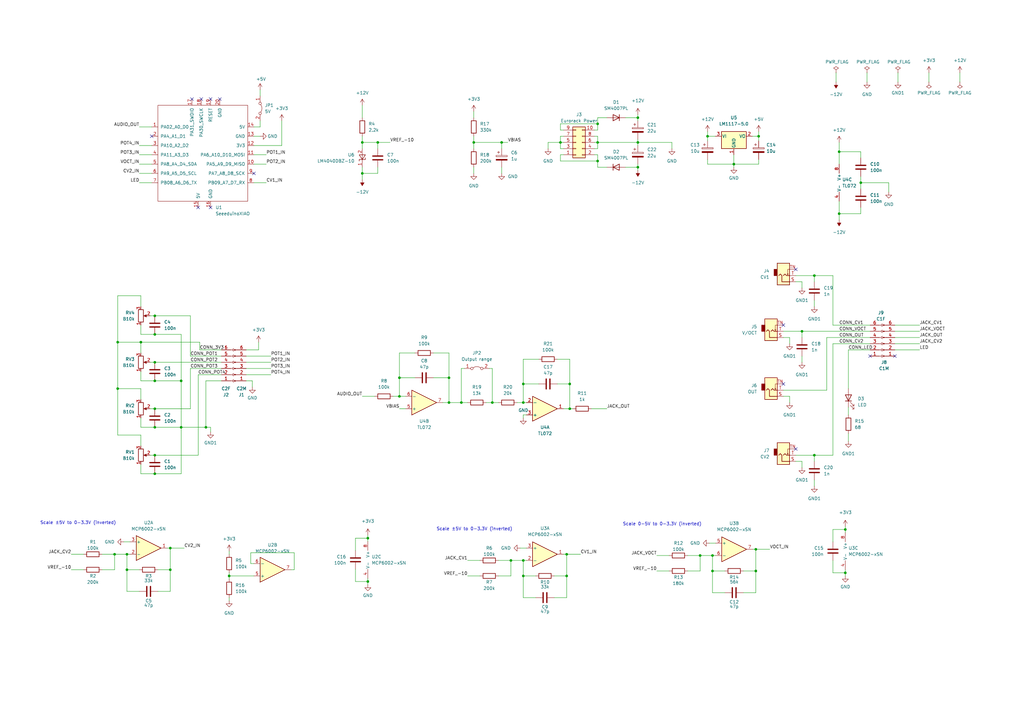
<source format=kicad_sch>
(kicad_sch (version 20211123) (generator eeschema)
  (paper "A3")
  (junction (at 245.11 66.04))
  (junction (at 232.41 227.33))
  (junction (at 63.5 156.21))
  (junction (at 214.63 229.87))
  (junction (at 201.93 165.1))
  (junction (at 290.195 55.88))
  (junction (at 353.06 74.93))
  (junction (at 334.01 113.03))
  (junction (at 229.87 58.42))
  (junction (at 52.07 227.33))
  (junction (at 57.785 140.335))
  (junction (at 84.455 175.26))
  (junction (at 63.5 167.64))
  (junction (at 63.5 186.69))
  (junction (at 63.5 148.59))
  (junction (at 74.295 175.26))
  (junction (at 334.01 186.69))
  (junction (at 346.71 217.17))
  (junction (at 261.62 58.42))
  (junction (at 194.31 58.42))
  (junction (at 74.295 156.21))
  (junction (at 163.83 154.94))
  (junction (at 232.41 236.22))
  (junction (at 311.15 55.88))
  (junction (at 209.55 229.87))
  (junction (at 154.94 58.42))
  (junction (at 69.85 233.68))
  (junction (at 233.68 167.64))
  (junction (at 150.876 220.726))
  (junction (at 287.147 227.838))
  (junction (at 148.59 71.12))
  (junction (at 344.17 62.23))
  (junction (at 63.5 137.16))
  (junction (at 261.62 48.26))
  (junction (at 184.15 154.94))
  (junction (at 163.83 162.56))
  (junction (at 52.07 233.68))
  (junction (at 300.99 67.31))
  (junction (at 63.5 194.31))
  (junction (at 214.63 165.1))
  (junction (at 150.876 238.506))
  (junction (at 148.59 58.42))
  (junction (at 233.68 157.48))
  (junction (at 69.85 224.79))
  (junction (at 245.11 50.8))
  (junction (at 292.227 234.188))
  (junction (at 46.99 227.33))
  (junction (at 63.5 129.54))
  (junction (at 310.007 234.188))
  (junction (at 205.74 58.42))
  (junction (at 93.98 236.22))
  (junction (at 63.5 175.26))
  (junction (at 261.62 68.58))
  (junction (at 344.17 87.63))
  (junction (at 245.11 58.42))
  (junction (at 214.63 157.48))
  (junction (at 184.15 165.1))
  (junction (at 310.007 225.298))
  (junction (at 48.26 140.335))
  (junction (at 328.93 135.89))
  (junction (at 292.227 227.838))
  (junction (at 346.71 234.95))
  (junction (at 48.26 159.385))
  (junction (at 214.63 236.22))
  (junction (at 189.23 165.1))
  (no_connect (at 82.55 40.64))
  (no_connect (at 326.39 184.15))
  (no_connect (at 326.39 110.49))
  (no_connect (at 90.17 40.64))
  (no_connect (at 104.14 71.12))
  (no_connect (at 321.31 133.35))
  (no_connect (at 86.36 40.64))
  (no_connect (at 86.36 85.09))
  (no_connect (at 78.74 40.64))
  (no_connect (at 81.28 85.09))
  (no_connect (at 321.31 157.48))
  (no_connect (at 367.03 146.05))
  (no_connect (at 356.87 146.05))
  (no_connect (at 62.23 55.88))
  (wire (pts (xy 344.17 87.63) (xy 344.17 90.17)))
  (wire (pts (xy 189.23 165.1) (xy 189.23 151.13)))
  (wire (pts (xy 346.71 217.17) (xy 346.71 218.44)))
  (wire (pts (xy 63.5 175.26) (xy 74.295 175.26)))
  (wire (pts (xy 62.23 71.12) (xy 57.15 71.12)))
  (wire (pts (xy 57.15 52.07) (xy 62.23 52.07)))
  (wire (pts (xy 393.7 29.845) (xy 393.7 33.655)))
  (wire (pts (xy 334.01 123.19) (xy 334.01 125.73)))
  (wire (pts (xy 304.927 243.078) (xy 310.007 243.078)))
  (wire (pts (xy 194.31 68.58) (xy 194.31 71.12)))
  (wire (pts (xy 229.87 63.5) (xy 229.87 66.04)))
  (wire (pts (xy 57.785 121.285) (xy 48.26 121.285)))
  (wire (pts (xy 292.227 243.078) (xy 292.227 234.188)))
  (wire (pts (xy 300.99 67.31) (xy 300.99 68.58)))
  (wire (pts (xy 300.99 63.5) (xy 300.99 67.31)))
  (wire (pts (xy 184.15 144.78) (xy 184.15 154.94)))
  (wire (pts (xy 228.6 157.48) (xy 233.68 157.48)))
  (wire (pts (xy 41.91 227.33) (xy 46.99 227.33)))
  (wire (pts (xy 209.55 236.22) (xy 209.55 229.87)))
  (wire (pts (xy 52.07 227.33) (xy 53.34 227.33)))
  (wire (pts (xy 310.007 225.298) (xy 310.007 234.188)))
  (wire (pts (xy 212.09 165.1) (xy 214.63 165.1)))
  (wire (pts (xy 347.98 143.51) (xy 356.87 143.51)))
  (wire (pts (xy 275.59 58.42) (xy 275.59 60.96)))
  (wire (pts (xy 219.71 245.11) (xy 214.63 245.11)))
  (wire (pts (xy 189.23 151.13) (xy 190.5 151.13)))
  (wire (pts (xy 194.31 45.72) (xy 194.31 48.26)))
  (wire (pts (xy 290.957 222.758) (xy 293.497 222.758)))
  (wire (pts (xy 61.595 148.59) (xy 63.5 148.59)))
  (wire (pts (xy 328.93 135.89) (xy 356.87 135.89)))
  (wire (pts (xy 119.38 233.68) (xy 120.65 233.68)))
  (wire (pts (xy 231.14 167.64) (xy 233.68 167.64)))
  (wire (pts (xy 48.26 140.335) (xy 48.26 159.385)))
  (wire (pts (xy 353.06 62.23) (xy 353.06 64.77)))
  (wire (pts (xy 48.26 159.385) (xy 48.26 178.435)))
  (wire (pts (xy 341.63 222.25) (xy 341.63 217.17)))
  (wire (pts (xy 93.98 236.22) (xy 93.98 237.49)))
  (wire (pts (xy 63.5 156.21) (xy 74.295 156.21)))
  (wire (pts (xy 163.83 154.94) (xy 170.18 154.94)))
  (wire (pts (xy 261.62 68.58) (xy 261.62 69.85)))
  (wire (pts (xy 311.15 67.31) (xy 311.15 65.405)))
  (wire (pts (xy 347.98 177.8) (xy 347.98 180.975)))
  (wire (pts (xy 209.55 229.87) (xy 214.63 229.87)))
  (wire (pts (xy 148.59 71.12) (xy 148.59 73.66)))
  (wire (pts (xy 194.31 58.42) (xy 205.74 58.42)))
  (wire (pts (xy 367.03 133.35) (xy 377.19 133.35)))
  (wire (pts (xy 29.21 233.68) (xy 34.29 233.68)))
  (wire (pts (xy 102.87 226.695) (xy 120.65 226.695)))
  (wire (pts (xy 261.62 58.42) (xy 261.62 59.69)))
  (wire (pts (xy 229.87 66.04) (xy 245.11 66.04)))
  (wire (pts (xy 57.785 182.88) (xy 57.785 178.435)))
  (wire (pts (xy 63.5 137.16) (xy 74.295 137.16)))
  (wire (pts (xy 231.14 55.88) (xy 229.87 55.88)))
  (wire (pts (xy 232.41 227.33) (xy 231.14 227.33)))
  (wire (pts (xy 334.01 196.85) (xy 334.01 199.39)))
  (wire (pts (xy 106.68 55.88) (xy 104.14 55.88)))
  (wire (pts (xy 231.14 58.42) (xy 229.87 58.42)))
  (wire (pts (xy 57.15 59.69) (xy 62.23 59.69)))
  (wire (pts (xy 243.84 55.88) (xy 245.11 55.88)))
  (wire (pts (xy 93.98 234.95) (xy 93.98 236.22)))
  (wire (pts (xy 311.15 53.975) (xy 311.15 55.88)))
  (wire (pts (xy 245.11 53.34) (xy 243.84 53.34)))
  (wire (pts (xy 109.22 63.5) (xy 104.14 63.5)))
  (wire (pts (xy 347.98 143.51) (xy 347.98 159.385)))
  (wire (pts (xy 148.59 58.42) (xy 148.59 60.96)))
  (wire (pts (xy 282.067 227.838) (xy 287.147 227.838)))
  (wire (pts (xy 229.87 53.34) (xy 229.87 50.8)))
  (wire (pts (xy 57.785 190.5) (xy 57.785 194.31)))
  (wire (pts (xy 290.195 57.785) (xy 290.195 55.88)))
  (wire (pts (xy 57.15 242.57) (xy 52.07 242.57)))
  (wire (pts (xy 245.11 55.88) (xy 245.11 58.42)))
  (wire (pts (xy 61.595 186.69) (xy 63.5 186.69)))
  (wire (pts (xy 52.07 242.57) (xy 52.07 233.68)))
  (wire (pts (xy 224.79 58.42) (xy 229.87 58.42)))
  (wire (pts (xy 353.06 74.93) (xy 353.06 77.47)))
  (wire (pts (xy 308.61 55.88) (xy 311.15 55.88)))
  (wire (pts (xy 61.595 167.64) (xy 63.5 167.64)))
  (wire (pts (xy 215.9 165.1) (xy 214.63 165.1)))
  (wire (pts (xy 214.63 236.22) (xy 214.63 229.87)))
  (wire (pts (xy 214.63 157.48) (xy 214.63 165.1)))
  (wire (pts (xy 86.36 175.26) (xy 84.455 175.26)))
  (wire (pts (xy 78.105 167.64) (xy 78.105 151.13)))
  (wire (pts (xy 57.15 67.31) (xy 62.23 67.31)))
  (wire (pts (xy 334.01 186.69) (xy 341.63 186.69)))
  (wire (pts (xy 191.77 236.22) (xy 196.85 236.22)))
  (wire (pts (xy 300.99 67.31) (xy 311.15 67.31)))
  (wire (pts (xy 242.57 167.64) (xy 248.92 167.64)))
  (wire (pts (xy 106.68 36.83) (xy 106.68 39.37)))
  (wire (pts (xy 61.595 129.54) (xy 63.5 129.54)))
  (wire (pts (xy 328.93 135.89) (xy 328.93 138.43)))
  (wire (pts (xy 367.03 138.43) (xy 377.19 138.43)))
  (wire (pts (xy 367.03 140.97) (xy 377.19 140.97)))
  (wire (pts (xy 201.93 165.1) (xy 204.47 165.1)))
  (wire (pts (xy 93.98 226.06) (xy 93.98 227.33)))
  (wire (pts (xy 326.39 186.69) (xy 334.01 186.69)))
  (wire (pts (xy 353.06 87.63) (xy 344.17 87.63)))
  (wire (pts (xy 368.3 29.845) (xy 368.3 33.655)))
  (wire (pts (xy 287.147 227.838) (xy 292.227 227.838)))
  (wire (pts (xy 50.8 222.25) (xy 53.34 222.25)))
  (wire (pts (xy 321.31 135.89) (xy 328.93 135.89)))
  (wire (pts (xy 290.195 55.88) (xy 293.37 55.88)))
  (wire (pts (xy 106.68 49.53) (xy 106.68 52.07)))
  (wire (pts (xy 334.01 113.03) (xy 334.01 115.57)))
  (wire (pts (xy 341.63 140.97) (xy 356.87 140.97)))
  (wire (pts (xy 219.71 236.22) (xy 214.63 236.22)))
  (wire (pts (xy 69.85 224.79) (xy 75.565 224.79)))
  (wire (pts (xy 100.965 148.59) (xy 111.125 148.59)))
  (wire (pts (xy 334.01 113.03) (xy 341.63 113.03)))
  (wire (pts (xy 100.965 151.13) (xy 111.125 151.13)))
  (wire (pts (xy 199.39 165.1) (xy 201.93 165.1)))
  (wire (pts (xy 214.63 171.45) (xy 214.63 170.18)))
  (wire (pts (xy 57.785 163.83) (xy 57.785 159.385)))
  (wire (pts (xy 57.785 171.45) (xy 57.785 175.26)))
  (wire (pts (xy 74.295 175.26) (xy 74.295 194.31)))
  (wire (pts (xy 69.85 224.79) (xy 68.58 224.79)))
  (wire (pts (xy 229.87 58.42) (xy 229.87 60.96)))
  (wire (pts (xy 163.83 167.64) (xy 166.37 167.64)))
  (wire (pts (xy 245.11 66.04) (xy 245.11 63.5)))
  (wire (pts (xy 57.15 74.93) (xy 62.23 74.93)))
  (wire (pts (xy 214.63 157.48) (xy 220.98 157.48)))
  (wire (pts (xy 154.94 58.42) (xy 154.94 60.96)))
  (wire (pts (xy 341.63 234.95) (xy 346.71 234.95)))
  (wire (pts (xy 57.785 178.435) (xy 48.26 178.435)))
  (wire (pts (xy 232.41 236.22) (xy 232.41 245.11)))
  (wire (pts (xy 205.74 68.58) (xy 205.74 71.12)))
  (wire (pts (xy 104.14 74.93) (xy 109.22 74.93)))
  (wire (pts (xy 148.59 58.42) (xy 154.94 58.42)))
  (wire (pts (xy 46.99 227.33) (xy 52.07 227.33)))
  (wire (pts (xy 177.8 144.78) (xy 184.15 144.78)))
  (wire (pts (xy 339.09 138.43) (xy 356.87 138.43)))
  (wire (pts (xy 229.87 50.8) (xy 245.11 50.8)))
  (wire (pts (xy 233.68 157.48) (xy 233.68 147.32)))
  (wire (pts (xy 224.79 60.96) (xy 224.79 58.42)))
  (wire (pts (xy 74.295 175.26) (xy 84.455 175.26)))
  (wire (pts (xy 100.965 146.05) (xy 111.125 146.05)))
  (wire (pts (xy 341.63 133.35) (xy 356.87 133.35)))
  (wire (pts (xy 292.227 234.188) (xy 292.227 227.838)))
  (wire (pts (xy 109.22 67.31) (xy 104.14 67.31)))
  (wire (pts (xy 63.5 194.31) (xy 74.295 194.31)))
  (wire (pts (xy 57.785 137.16) (xy 63.5 137.16)))
  (wire (pts (xy 205.74 58.42) (xy 205.74 60.96)))
  (wire (pts (xy 304.927 234.188) (xy 310.007 234.188)))
  (wire (pts (xy 381 29.845) (xy 381 33.655)))
  (wire (pts (xy 245.11 48.26) (xy 245.11 50.8)))
  (wire (pts (xy 57.785 156.21) (xy 63.5 156.21)))
  (wire (pts (xy 310.007 225.298) (xy 308.737 225.298)))
  (wire (pts (xy 90.805 153.67) (xy 81.28 153.67)))
  (wire (pts (xy 104.14 231.14) (xy 102.87 231.14)))
  (wire (pts (xy 227.33 236.22) (xy 232.41 236.22)))
  (wire (pts (xy 154.94 68.58) (xy 154.94 71.12)))
  (wire (pts (xy 256.54 48.26) (xy 261.62 48.26)))
  (wire (pts (xy 163.83 144.78) (xy 163.83 154.94)))
  (wire (pts (xy 63.5 167.64) (xy 78.105 167.64)))
  (wire (pts (xy 57.785 152.4) (xy 57.785 156.21)))
  (wire (pts (xy 328.93 146.05) (xy 328.93 148.59)))
  (wire (pts (xy 148.59 162.56) (xy 153.67 162.56)))
  (wire (pts (xy 201.93 151.13) (xy 200.66 151.13)))
  (wire (pts (xy 214.63 245.11) (xy 214.63 236.22)))
  (wire (pts (xy 57.785 140.335) (xy 48.26 140.335)))
  (wire (pts (xy 245.11 68.58) (xy 248.92 68.58)))
  (wire (pts (xy 261.62 68.58) (xy 261.62 67.31)))
  (wire (pts (xy 29.21 227.33) (xy 34.29 227.33)))
  (wire (pts (xy 292.227 227.838) (xy 293.497 227.838)))
  (wire (pts (xy 282.067 234.188) (xy 287.147 234.188)))
  (wire (pts (xy 328.93 115.57) (xy 328.93 118.11)))
  (wire (pts (xy 148.59 55.88) (xy 148.59 58.42)))
  (wire (pts (xy 100.965 156.21) (xy 103.505 156.21)))
  (wire (pts (xy 57.785 144.78) (xy 57.785 140.335)))
  (wire (pts (xy 104.14 59.69) (xy 115.57 59.69)))
  (wire (pts (xy 161.29 162.56) (xy 163.83 162.56)))
  (wire (pts (xy 269.367 227.838) (xy 274.447 227.838)))
  (wire (pts (xy 232.41 227.33) (xy 238.125 227.33)))
  (wire (pts (xy 177.8 154.94) (xy 184.15 154.94)))
  (wire (pts (xy 194.31 55.88) (xy 194.31 58.42)))
  (wire (pts (xy 245.11 58.42) (xy 245.11 60.96)))
  (wire (pts (xy 328.93 115.57) (xy 326.39 115.57)))
  (wire (pts (xy 148.59 43.18) (xy 148.59 48.26)))
  (wire (pts (xy 201.93 165.1) (xy 201.93 151.13)))
  (wire (pts (xy 106.045 140.335) (xy 106.045 143.51)))
  (wire (pts (xy 213.36 224.79) (xy 215.9 224.79)))
  (wire (pts (xy 346.71 234.95) (xy 346.71 236.22)))
  (wire (pts (xy 194.31 58.42) (xy 194.31 60.96)))
  (wire (pts (xy 334.01 186.69) (xy 334.01 189.23)))
  (wire (pts (xy 326.39 113.03) (xy 334.01 113.03)))
  (wire (pts (xy 148.59 71.12) (xy 154.94 71.12)))
  (wire (pts (xy 347.98 167.005) (xy 347.98 170.18)))
  (wire (pts (xy 57.15 233.68) (xy 52.07 233.68)))
  (wire (pts (xy 148.59 68.58) (xy 148.59 71.12)))
  (wire (pts (xy 57.15 63.5) (xy 62.23 63.5)))
  (wire (pts (xy 106.68 52.07) (xy 104.14 52.07)))
  (wire (pts (xy 243.84 58.42) (xy 245.11 58.42)))
  (wire (pts (xy 323.85 162.56) (xy 323.85 165.1)))
  (wire (pts (xy 78.105 129.54) (xy 78.105 146.05)))
  (wire (pts (xy 323.85 138.43) (xy 323.85 140.97)))
  (wire (pts (xy 245.11 63.5) (xy 243.84 63.5)))
  (wire (pts (xy 341.63 113.03) (xy 341.63 133.35)))
  (wire (pts (xy 229.87 55.88) (xy 229.87 58.42)))
  (wire (pts (xy 145.796 233.426) (xy 145.796 238.506)))
  (wire (pts (xy 290.195 53.975) (xy 290.195 55.88)))
  (wire (pts (xy 57.785 159.385) (xy 48.26 159.385)))
  (wire (pts (xy 214.63 170.18) (xy 215.9 170.18)))
  (wire (pts (xy 310.007 234.188) (xy 310.007 243.078)))
  (wire (pts (xy 344.17 62.23) (xy 353.06 62.23)))
  (wire (pts (xy 48.26 121.285) (xy 48.26 140.335)))
  (wire (pts (xy 248.92 48.26) (xy 245.11 48.26)))
  (wire (pts (xy 145.796 225.806) (xy 145.796 220.726)))
  (wire (pts (xy 63.5 129.54) (xy 78.105 129.54)))
  (wire (pts (xy 214.63 229.87) (xy 215.9 229.87)))
  (wire (pts (xy 84.455 175.26) (xy 84.455 156.21)))
  (wire (pts (xy 115.57 59.69) (xy 115.57 49.53)))
  (wire (pts (xy 63.5 148.59) (xy 90.805 148.59)))
  (wire (pts (xy 297.307 243.078) (xy 292.227 243.078)))
  (wire (pts (xy 344.17 62.23) (xy 344.17 67.31)))
  (wire (pts (xy 86.36 177.165) (xy 86.36 175.26)))
  (wire (pts (xy 344.17 82.55) (xy 344.17 87.63)))
  (wire (pts (xy 261.62 58.42) (xy 275.59 58.42)))
  (wire (pts (xy 231.14 60.96) (xy 229.87 60.96)))
  (wire (pts (xy 346.71 233.68) (xy 346.71 234.95)))
  (wire (pts (xy 321.31 160.02) (xy 339.09 160.02)))
  (wire (pts (xy 261.62 48.26) (xy 261.62 49.53)))
  (wire (pts (xy 163.83 162.56) (xy 166.37 162.56)))
  (wire (pts (xy 261.62 57.15) (xy 261.62 58.42)))
  (wire (pts (xy 256.54 68.58) (xy 261.62 68.58)))
  (wire (pts (xy 233.68 157.48) (xy 233.68 167.64)))
  (wire (pts (xy 184.15 154.94) (xy 184.15 165.1)))
  (wire (pts (xy 290.195 67.31) (xy 300.99 67.31)))
  (wire (pts (xy 344.17 58.42) (xy 344.17 62.23)))
  (wire (pts (xy 287.147 234.188) (xy 287.147 227.838)))
  (wire (pts (xy 243.84 60.96) (xy 245.11 60.96)))
  (wire (pts (xy 261.62 46.99) (xy 261.62 48.26)))
  (wire (pts (xy 328.93 189.23) (xy 328.93 191.77)))
  (wire (pts (xy 229.87 53.34) (xy 231.14 53.34)))
  (wire (pts (xy 41.91 233.68) (xy 46.99 233.68)))
  (wire (pts (xy 64.77 242.57) (xy 69.85 242.57)))
  (wire (pts (xy 150.876 219.456) (xy 150.876 220.726)))
  (wire (pts (xy 150.876 237.236) (xy 150.876 238.506)))
  (wire (pts (xy 204.47 236.22) (xy 209.55 236.22)))
  (wire (pts (xy 154.94 58.42) (xy 160.02 58.42)))
  (wire (pts (xy 310.007 225.298) (xy 315.722 225.298)))
  (wire (pts (xy 290.195 65.405) (xy 290.195 67.31)))
  (wire (pts (xy 297.307 234.188) (xy 292.227 234.188)))
  (wire (pts (xy 106.045 143.51) (xy 100.965 143.51)))
  (wire (pts (xy 63.5 186.69) (xy 81.28 186.69)))
  (wire (pts (xy 311.15 55.88) (xy 311.15 57.785)))
  (wire (pts (xy 367.03 135.89) (xy 377.19 135.89)))
  (wire (pts (xy 78.105 146.05) (xy 90.805 146.05)))
  (wire (pts (xy 74.295 156.21) (xy 74.295 175.26)))
  (wire (pts (xy 57.785 175.26) (xy 63.5 175.26)))
  (wire (pts (xy 81.28 153.67) (xy 81.28 186.69)))
  (wire (pts (xy 100.965 153.67) (xy 111.125 153.67)))
  (wire (pts (xy 57.785 140.335) (xy 81.915 140.335)))
  (wire (pts (xy 227.33 245.11) (xy 232.41 245.11)))
  (wire (pts (xy 341.63 229.87) (xy 341.63 234.95)))
  (wire (pts (xy 189.23 165.1) (xy 191.77 165.1)))
  (wire (pts (xy 245.11 66.04) (xy 245.11 68.58)))
  (wire (pts (xy 52.07 233.68) (xy 52.07 227.33)))
  (wire (pts (xy 364.49 74.93) (xy 353.06 74.93)))
  (wire (pts (xy 342.9 29.845) (xy 342.9 33.655)))
  (wire (pts (xy 321.31 138.43) (xy 323.85 138.43)))
  (wire (pts (xy 191.77 229.87) (xy 196.85 229.87)))
  (wire (pts (xy 353.06 85.09) (xy 353.06 87.63)))
  (wire (pts (xy 150.876 238.506) (xy 150.876 239.776)))
  (wire (pts (xy 364.49 78.74) (xy 364.49 74.93)))
  (wire (pts (xy 233.68 167.64) (xy 234.95 167.64)))
  (wire (pts (xy 81.915 143.51) (xy 90.805 143.51)))
  (wire (pts (xy 170.18 144.78) (xy 163.83 144.78)))
  (wire (pts (xy 346.71 215.9) (xy 346.71 217.17)))
  (wire (pts (xy 233.68 147.32) (xy 228.6 147.32)))
  (wire (pts (xy 163.83 154.94) (xy 163.83 162.56)))
  (wire (pts (xy 103.505 156.21) (xy 103.505 158.75)))
  (wire (pts (xy 93.98 236.22) (xy 104.14 236.22)))
  (wire (pts (xy 269.367 234.188) (xy 274.447 234.188)))
  (wire (pts (xy 341.63 140.97) (xy 341.63 186.69)))
  (wire (pts (xy 367.03 143.51) (xy 377.19 143.51)))
  (wire (pts (xy 184.15 165.1) (xy 189.23 165.1)))
  (wire (pts (xy 341.63 217.17) (xy 346.71 217.17)))
  (wire (pts (xy 93.98 245.11) (xy 93.98 246.38)))
  (wire (pts (xy 57.785 133.35) (xy 57.785 137.16)))
  (wire (pts (xy 353.06 72.39) (xy 353.06 74.93)))
  (wire (pts (xy 74.295 137.16) (xy 74.295 156.21)))
  (wire (pts (xy 339.09 138.43) (xy 339.09 160.02)))
  (wire (pts (xy 69.85 224.79) (xy 69.85 233.68)))
  (wire (pts (xy 220.98 147.32) (xy 214.63 147.32)))
  (wire (pts (xy 81.915 140.335) (xy 81.915 143.51)))
  (wire (pts (xy 145.796 220.726) (xy 150.876 220.726)))
  (wire (pts (xy 57.785 194.31) (xy 63.5 194.31)))
  (wire (pts (xy 120.65 226.695) (xy 120.65 233.68)))
  (wire (pts (xy 150.876 220.726) (xy 150.876 221.996)))
  (wire (pts (xy 102.87 231.14) (xy 102.87 226.695)))
  (wire (pts (xy 232.41 227.33) (xy 232.41 236.22)))
  (wire (pts (xy 205.74 58.42) (xy 208.28 58.42)))
  (wire (pts (xy 69.85 233.68) (xy 69.85 242.57)))
  (wire (pts (xy 78.105 151.13) (xy 90.805 151.13)))
  (wire (pts (xy 245.11 58.42) (xy 261.62 58.42)))
  (wire (pts (xy 64.77 233.68) (xy 69.85 233.68)))
  (wire (pts (xy 214.63 147.32) (xy 214.63 157.48)))
  (wire (pts (xy 229.87 63.5) (xy 231.14 63.5)))
  (wire (pts (xy 84.455 156.21) (xy 90.805 156.21)))
  (wire (pts (xy 46.99 233.68) (xy 46.99 227.33)))
  (wire (pts (xy 184.15 165.1) (xy 181.61 165.1)))
  (wire (pts (xy 355.6 29.845) (xy 355.6 33.655)))
  (wire (pts (xy 57.785 125.73) (xy 57.785 121.285)))
  (wire (pts (xy 204.47 229.87) (xy 209.55 229.87)))
  (wire (pts (xy 245.11 50.8) (xy 245.11 53.34)))
  (wire (pts (xy 145.796 238.506) (xy 150.876 238.506)))
  (wire (pts (xy 321.31 162.56) (xy 323.85 162.56)))
  (wire (pts (xy 326.39 189.23) (xy 328.93 189.23)))
  (text "Scale ±5V to 0-3.3V (inverted)" (at 47.625 215.265 180) (effects (font (size 1.27 1.27)) (justify right bottom)))
  (text "Scale 0-5V to 0-3.3V (inverted)" (at 287.782 215.773 180) (effects (font (size 1.27 1.27)) (justify right bottom)))
  (text "Scale ±5V to 0-3.3V (inverted)" (at 210.185 217.805 180) (effects (font (size 1.27 1.27)) (justify right bottom)))
  (label "JACK_VOCT" (at 377.19 135.89 0))
  (label "VREF_-10" (at 191.77 236.22 180))
  (label "VOCT_IN" (at 57.15 67.31 180))
  (label "CONN_POT3" (at 78.105 151.13 0))
  (label "POT2_IN" (at 111.125 148.59 0))
  (label "VOCT_IN" (at 315.722 225.298 0))
  (label "CONN_VOCT" (at 344.17 135.89 0))
  (label "VREF_-10" (at 269.367 234.188 180))
  (label "VBIAS" (at 208.28 58.42 0))
  (label "CONN_CV2" (at 344.17 140.97 0))
  (label "CONN_POT1" (at 78.105 146.05 0))
  (label "CONN_3V3" (at 81.915 143.51 0))
  (label "POT2_IN" (at 109.22 67.31 0))
  (label "POT3_IN" (at 111.125 151.13 0))
  (label "LED" (at 377.19 143.51 0))
  (label "JACK_OUT" (at 248.92 167.64 0))
  (label "CV1_IN" (at 238.125 227.33 0))
  (label "POT4_IN" (at 57.15 59.69 180))
  (label "VBIAS" (at 163.83 167.64 180))
  (label "JACK_CV2" (at 29.21 227.33 180))
  (label "CV1_IN" (at 109.22 74.93 0))
  (label "JACK_OUT" (at 377.19 138.43 0))
  (label "VREF_-10" (at 29.21 233.68 180))
  (label "CV2_IN" (at 75.565 224.79 0))
  (label "CONN_OUT" (at 344.17 138.43 0))
  (label "POT1_IN" (at 111.125 146.05 0))
  (label "CONN_POT4" (at 81.28 153.67 0))
  (label "POT1_IN" (at 109.22 63.5 0))
  (label "LED" (at 57.15 74.93 180))
  (label "CV2_IN" (at 57.15 71.12 180))
  (label "POT3_IN" (at 57.15 63.5 180))
  (label "AUDIO_OUT" (at 57.15 52.07 180))
  (label "POT4_IN" (at 111.125 153.67 0))
  (label "CONN_LED" (at 347.98 143.51 0))
  (label "CONN_POT2" (at 78.105 148.59 0))
  (label "CONN_CV1" (at 344.17 133.35 0))
  (label "AUDIO_OUT" (at 148.59 162.56 180))
  (label "JACK_CV2" (at 377.19 140.97 0))
  (label "VREF_-10" (at 160.02 58.42 0))
  (label "JACK_CV1" (at 377.19 133.35 0))
  (label "JACK_VOCT" (at 269.367 227.838 180))
  (label "JACK_CV1" (at 191.77 229.87 180))
  (symbol (lib_id "Amplifier_Operational:TL072") (at 223.52 167.64 0) (mirror x) (unit 1)
    (property "Reference" "U4" (at 223.52 175.26 0))
    (property "Value" "TL072" (at 223.52 177.8 0))
    (property "Footprint" "Package_SO:SOIC-8_3.9x4.9mm_P1.27mm" (effects hide))
    (property "Datasheet" "http://www.ti.com/lit/ds/symlink/tl071.pdf" (effects hide))
  )
  (symbol (lib_id "power:GND") (at 106.68 55.88 90) (unit 1)
    (property "Reference" "#PWR05" (effects hide))
    (property "Value" "GND" (at 111.76 55.88 90))
  )
  (symbol (lib_id "power:+5V") (at 106.68 36.83 0) (unit 1)
    (property "Reference" "#PWR04" (effects hide))
    (property "Value" "+5V" (at 107.061 32.4358 0))
  )
  (symbol (lib_id "Device:R") (at 157.48 162.56 270) (unit 1)
    (property "Reference" "R8" (at 157.48 156.21 90))
    (property "Value" "100k" (at 157.48 158.75 90))
    (property "Footprint" "Resistor_SMD:R_0603_1608Metric" (effects hide))
  )
  (symbol (lib_id "Device:C") (at 173.99 154.94 270) (unit 1)
    (property "Reference" "C8" (at 173.99 147.955 90))
    (property "Value" "47p" (at 173.99 150.495 90))
    (property "Footprint" "Capacitor_SMD:C_0603_1608Metric" (effects hide))
  )
  (symbol (lib_id "Device:R") (at 173.99 144.78 270) (unit 1)
    (property "Reference" "R9" (at 173.99 138.43 90))
    (property "Value" "100k" (at 173.99 140.97 90))
    (property "Footprint" "Resistor_SMD:R_0603_1608Metric" (effects hide))
  )
  (symbol (lib_id "Device:R") (at 238.76 167.64 270) (unit 1)
    (property "Reference" "R11" (at 238.76 161.29 90))
    (property "Value" "1k" (at 238.76 163.83 90))
    (property "Footprint" "Resistor_SMD:R_0603_1608Metric" (effects hide))
  )
  (symbol (lib_id "power:GND") (at 346.71 236.22 0) (unit 1)
    (property "Reference" "#PWR025" (effects hide))
    (property "Value" "GND" (at 346.71 240.665 0))
  )
  (symbol (lib_id "power:+3V3") (at 194.31 45.72 0) (unit 1)
    (property "Reference" "#PWR0108" (effects hide))
    (property "Value" "+3V3" (at 194.31 40.64 0))
  )
  (symbol (lib_id "power:GND") (at 103.505 158.75 0) (unit 1)
    (property "Reference" "#PWR02" (effects hide))
    (property "Value" "GND" (at 103.505 163.195 0))
  )
  (symbol (lib_id "power:GND") (at 93.98 246.38 0) (unit 1)
    (property "Reference" "#PWR0107" (effects hide))
    (property "Value" "GND" (at 93.98 251.46 0))
  )
  (symbol (lib_id "power:+3.3V") (at 115.57 49.53 0) (unit 1)
    (property "Reference" "#PWR06" (effects hide))
    (property "Value" "+3.3V" (at 115.57 44.45 0))
  )
  (symbol (lib_id "power:GND1") (at 328.93 118.11 0) (unit 1)
    (property "Reference" "#PWR0115" (effects hide))
    (property "Value" "GND1" (at 328.93 123.19 0))
  )
  (symbol (lib_id "Amplifier_Operational:MCP6002-xSN") (at 223.52 227.33 0) (unit 1)
    (property "Reference" "U3" (at 223.52 216.662 0))
    (property "Value" "MCP6002-xSN" (at 223.52 219.202 0))
    (property "Footprint" "Package_SO:SOIC-8_3.9x4.9mm_P1.27mm" (effects hide))
    (property "Datasheet" "http://ww1.microchip.com/downloads/en/DeviceDoc/21733j.pdf" (effects hide))
  )
  (symbol (lib_id "Device:R_Potentiometer") (at 57.785 129.54 0) (mirror x) (unit 1)
    (property "Reference" "RV4" (at 55.245 128.2699 0) (effects (justify right)))
    (property "Value" "B10k" (at 55.245 130.8099 0) (effects (justify right)))
    (property "Footprint" "Personal:Alpha_9mm_Pot" (effects hide))
  )
  (symbol (lib_id "power:-12V") (at 148.59 73.66 180) (unit 1)
    (property "Reference" "#PWR08" (effects hide))
    (property "Value" "-12V" (at 148.59 78.74 0))
  )
  (symbol (lib_id "Device:C") (at 353.06 81.28 0) (unit 1)
    (property "Reference" "C11" (at 356.87 80.0099 0) (effects (justify left)))
    (property "Value" "100n" (at 356.87 82.5499 0) (effects (justify left)))
    (property "Footprint" "Capacitor_SMD:C_0603_1608Metric" (effects hide))
  )
  (symbol (lib_id "power:+3.3V") (at 346.71 215.9 0) (unit 1)
    (property "Reference" "#PWR024" (effects hide))
    (property "Value" "+3.3V" (at 346.71 210.185 0))
  )
  (symbol (lib_id "Device:C") (at 63.5 190.5 0) (unit 1)
    (property "Reference" "C1" (at 67.31 189.2299 0) (effects (justify left)))
    (property "Value" "100n" (at 67.31 191.7699 0) (effects (justify left)))
    (property "Footprint" "Capacitor_SMD:C_0603_1608Metric" (effects hide))
  )
  (symbol (lib_id "Connector_Generic:Conn_02x05_Odd_Even") (at 236.22 58.42 0) (mirror x) (unit 1)
    (property "Reference" "J3" (at 237.49 46.99 0))
    (property "Value" "Eurorack Power" (at 237.49 49.53 0))
    (property "Footprint" "Personal:Eurorack_10_pin_header" (effects hide))
  )
  (symbol (lib_id "power:GND1") (at 368.3 33.655 0) (unit 1)
    (property "Reference" "#PWR032" (effects hide))
    (property "Value" "GND1" (at 368.3 38.1 0))
  )
  (symbol (lib_id "Device:R") (at 194.31 52.07 0) (unit 1)
    (property "Reference" "R17" (at 196.85 50.7999 0) (effects (justify left)))
    (property "Value" "330k" (at 196.85 53.3399 0) (effects (justify left)))
    (property "Footprint" "Resistor_SMD:R_0603_1608Metric" (effects hide))
  )
  (symbol (lib_id "Device:R_Potentiometer") (at 57.785 167.64 0) (mirror x) (unit 1)
    (property "Reference" "RV2" (at 55.245 166.3699 0) (effects (justify right)))
    (property "Value" "B10k" (at 55.245 168.9099 0) (effects (justify right)))
    (property "Footprint" "Personal:Alpha_9mm_Pot" (effects hide))
  )
  (symbol (lib_id "Device:R") (at 223.52 236.22 90) (unit 1)
    (property "Reference" "R10" (at 223.52 238.76 90))
    (property "Value" "33k" (at 223.52 240.665 90))
    (property "Footprint" "Resistor_SMD:R_0603_1608Metric" (effects hide))
  )
  (symbol (lib_id "power:PWR_FLAG") (at 342.9 29.845 0) (unit 1)
    (property "Reference" "#FLG01" (effects hide))
    (property "Value" "PWR_FLAG" (at 338.455 25.4 0) (effects (justify left)))
  )
  (symbol (lib_id "power:PWR_FLAG") (at 393.7 33.655 180) (unit 1)
    (property "Reference" "#FLG04" (effects hide))
    (property "Value" "PWR_FLAG" (at 393.7 38.1 0))
  )
  (symbol (lib_id "Jumper:Jumper_2_Bridged") (at 106.68 44.45 270) (unit 1)
    (property "Reference" "JP1" (at 108.585 43.1799 90) (effects (justify left)))
    (property "Value" "5V" (at 108.585 45.7199 90) (effects (justify left)))
    (property "Footprint" "Connector_PinHeader_2.54mm:PinHeader_1x02_P2.54mm_Vertical" (effects hide))
  )
  (symbol (lib_id "Device:R") (at 38.1 233.68 90) (unit 1)
    (property "Reference" "R2" (at 38.1 236.22 90))
    (property "Value" "200k" (at 38.1 238.76 90))
    (property "Footprint" "Resistor_SMD:R_0603_1608Metric" (effects hide))
  )
  (symbol (lib_id "power:+3.3V") (at 106.045 140.335 0) (unit 1)
    (property "Reference" "#PWR03" (effects hide))
    (property "Value" "+3.3V" (at 106.045 135.255 0))
  )
  (symbol (lib_id "power:GND1") (at 323.85 165.1 0) (unit 1)
    (property "Reference" "#PWR0112" (effects hide))
    (property "Value" "GND1" (at 323.85 170.18 0))
  )
  (symbol (lib_id "power:GND") (at 355.6 33.655 0) (unit 1)
    (property "Reference" "#PWR029" (effects hide))
    (property "Value" "GND" (at 355.6 38.735 0))
  )
  (symbol (lib_id "power:GND") (at 150.876 239.776 0) (unit 1)
    (property "Reference" "#PWR034" (effects hide))
    (property "Value" "GND" (at 150.876 244.221 0))
  )
  (symbol (lib_id "power:GND") (at 213.36 224.79 270) (unit 1)
    (property "Reference" "#PWR011" (effects hide))
    (property "Value" "GND" (at 209.55 224.7899 90) (effects (justify right)))
  )
  (symbol (lib_id "power:GND") (at 224.79 60.96 0) (mirror y) (unit 1)
    (property "Reference" "#PWR015" (effects hide))
    (property "Value" "GND" (at 224.79 66.04 0))
  )
  (symbol (lib_id "Device:C") (at 60.96 242.57 90) (unit 1)
    (property "Reference" "C5" (at 60.96 246.38 90))
    (property "Value" "47p" (at 60.96 248.285 90))
    (property "Footprint" "Capacitor_SMD:C_0603_1608Metric" (effects hide))
  )
  (symbol (lib_id "power:-12V") (at 342.9 33.655 180) (unit 1)
    (property "Reference" "#PWR028" (effects hide))
    (property "Value" "-12V" (at 342.9 38.735 0))
  )
  (symbol (lib_id "power:GND1") (at 334.01 125.73 0) (unit 1)
    (property "Reference" "#PWR0114" (effects hide))
    (property "Value" "GND1" (at 334.01 130.81 0))
  )
  (symbol (lib_id "Device:R") (at 194.31 64.77 0) (unit 1)
    (property "Reference" "R18" (at 196.85 63.4999 0) (effects (justify left)))
    (property "Value" "200k" (at 196.85 66.0399 0) (effects (justify left)))
    (property "Footprint" "Resistor_SMD:R_0603_1608Metric" (effects hide))
  )
  (symbol (lib_id "power:PWR_FLAG") (at 381 33.655 180) (unit 1)
    (property "Reference" "#FLG03" (effects hide))
    (property "Value" "PWR_FLAG" (at 381 38.1 0))
  )
  (symbol (lib_id "power:+12V") (at 344.17 58.42 0) (unit 1)
    (property "Reference" "#PWR017" (effects hide))
    (property "Value" "+12V" (at 344.17 53.34 0))
  )
  (symbol (lib_id "Connector:AudioJack2_SwitchT") (at 321.31 113.03 0) (mirror x) (unit 1)
    (property "Reference" "J4" (at 315.595 111.1249 0) (effects (justify right)))
    (property "Value" "CV1" (at 315.595 113.6649 0) (effects (justify right)))
    (property "Footprint" "Personal:Thonkiconn" (effects hide))
  )
  (symbol (lib_id "Jumper:Jumper_2_Bridged") (at 195.58 151.13 0) (unit 1)
    (property "Reference" "JP2" (at 195.58 144.78 0))
    (property "Value" "Output range" (at 195.58 147.32 0))
    (property "Footprint" "Connector_PinHeader_2.54mm:PinHeader_1x02_P2.54mm_Vertical" (effects hide))
  )
  (symbol (lib_id "Device:C_Polarized") (at 205.74 64.77 0) (unit 1)
    (property "Reference" "C6" (at 209.55 62.6109 0) (effects (justify left)))
    (property "Value" "1u" (at 209.55 65.1509 0) (effects (justify left)))
    (property "Footprint" "Capacitor_SMD:C_Elec_4x5.4" (effects hide))
    (property "Mouser" "667-EEE-HA1H1R0AR " (effects hide))
  )
  (symbol (lib_id "Amplifier_Operational:MCP6002-xSN") (at 60.96 224.79 0) (unit 1)
    (property "Reference" "U2" (at 60.96 214.376 0))
    (property "Value" "MCP6002-xSN" (at 60.96 216.916 0))
    (property "Footprint" "Package_SO:SOIC-8_3.9x4.9mm_P1.27mm" (effects hide))
    (property "Datasheet" "http://ww1.microchip.com/downloads/en/DeviceDoc/21733j.pdf" (effects hide))
  )
  (symbol (lib_id "Connector:Conn_01x06_Male") (at 361.95 140.97 0) (mirror x) (unit 1)
    (property "Reference" "J8" (at 362.585 148.59 0))
    (property "Value" "C1M" (at 362.585 151.13 0))
    (property "Footprint" "Connector_PinHeader_2.54mm:PinHeader_1x06_P2.54mm_Vertical" (effects hide))
  )
  (symbol (lib_id "Device:C") (at 154.94 64.77 0) (unit 1)
    (property "Reference" "C7" (at 158.75 63.4999 0) (effects (justify left)))
    (property "Value" "100n" (at 158.75 66.0399 0) (effects (justify left)))
    (property "Footprint" "Capacitor_SMD:C_0603_1608Metric" (effects hide))
  )
  (symbol (lib_id "Device:C_Polarized") (at 261.62 53.34 0) (unit 1)
    (property "Reference" "C21" (at 265.43 51.1809 0) (effects (justify left)))
    (property "Value" "22u" (at 265.43 53.7209 0) (effects (justify left)))
    (property "Footprint" "Capacitor_SMD:CP_Elec_5x5.9" (effects hide))
    (property "Mouser" " 710-865060342002 " (effects hide))
  )
  (symbol (lib_id "Device:C") (at 334.01 119.38 0) (unit 1)
    (property "Reference" "C19" (at 337.82 118.1099 0) (effects (justify left)))
    (property "Value" "1n" (at 337.82 120.6499 0) (effects (justify left)))
    (property "Footprint" "Capacitor_SMD:C_0603_1608Metric" (effects hide))
  )
  (symbol (lib_id "Device:R") (at 200.66 236.22 90) (unit 1)
    (property "Reference" "R7" (at 200.66 238.76 90))
    (property "Value" "200k" (at 200.66 241.3 90))
    (property "Footprint" "Resistor_SMD:R_0603_1608Metric" (effects hide))
  )
  (symbol (lib_id "Device:R") (at 93.98 241.3 0) (unit 1)
    (property "Reference" "R16" (at 96.52 240.0299 0) (effects (justify left)))
    (property "Value" "100k" (at 96.52 242.5699 0) (effects (justify left)))
    (property "Footprint" "Resistor_SMD:R_0603_1608Metric" (effects hide))
  )
  (symbol (lib_id "power:+3.3V") (at 150.876 219.456 0) (unit 1)
    (property "Reference" "#PWR033" (effects hide))
    (property "Value" "+3.3V" (at 150.876 213.741 0))
  )
  (symbol (lib_id "Device:R") (at 38.1 227.33 90) (unit 1)
    (property "Reference" "R1" (at 38.1 222.25 90))
    (property "Value" "100k" (at 38.1 224.79 90))
    (property "Footprint" "Resistor_SMD:R_0603_1608Metric" (effects hide))
  )
  (symbol (lib_id "Connector:Conn_01x06_Male") (at 95.885 151.13 0) (mirror x) (unit 1)
    (property "Reference" "J1" (at 99.06 161.925 0))
    (property "Value" "C2M" (at 99.06 159.385 0))
    (property "Footprint" "Connector_PinHeader_2.54mm:PinHeader_1x06_P2.54mm_Vertical" (effects hide))
  )
  (symbol (lib_id "Regulator_Linear:LM1117-5.0") (at 300.99 55.88 0) (unit 1)
    (property "Reference" "U5" (at 300.99 48.26 0))
    (property "Value" "LM1117-5.0" (at 300.99 50.8 0))
    (property "Footprint" "Package_TO_SOT_SMD:SOT-223-3_TabPin2" (effects hide))
    (property "Datasheet" "http://www.ti.com/lit/ds/symlink/lm1117.pdf" (effects hide))
  )
  (symbol (lib_id "Device:C") (at 224.79 157.48 270) (unit 1)
    (property "Reference" "C17" (at 224.79 150.495 90))
    (property "Value" "47p" (at 224.79 153.035 90))
    (property "Footprint" "Capacitor_SMD:C_0603_1608Metric" (effects hide))
  )
  (symbol (lib_id "Device:R") (at 224.79 147.32 270) (unit 1)
    (property "Reference" "R21" (at 224.79 140.97 90))
    (property "Value" "100k" (at 224.79 143.51 90))
    (property "Footprint" "Resistor_SMD:R_0603_1608Metric" (effects hide))
  )
  (symbol (lib_id "Device:C") (at 63.5 171.45 0) (unit 1)
    (property "Reference" "C2" (at 67.31 170.1799 0) (effects (justify left)))
    (property "Value" "100n" (at 67.31 172.7199 0) (effects (justify left)))
    (property "Footprint" "Capacitor_SMD:C_0603_1608Metric" (effects hide))
  )
  (symbol (lib_id "power:GND") (at 205.74 71.12 0) (mirror y) (unit 1)
    (property "Reference" "#PWR0104" (effects hide))
    (property "Value" "GND" (at 208.28 72.3899 0) (effects (justify right)))
  )
  (symbol (lib_id "Amplifier_Operational:MCP6002-xSN") (at 349.25 226.06 0) (unit 3)
    (property "Reference" "U3" (at 347.98 224.7899 0) (effects (justify left)))
    (property "Value" "MCP6002-xSN" (at 347.98 227.3299 0) (effects (justify left)))
    (property "Footprint" "Package_SO:SOIC-8_3.9x4.9mm_P1.27mm" (effects hide))
    (property "Datasheet" "http://ww1.microchip.com/downloads/en/DeviceDoc/21733j.pdf" (effects hide))
  )
  (symbol (lib_id "Amplifier_Operational:MCP6002-xSN") (at 153.416 229.616 0) (unit 3)
    (property "Reference" "U2" (at 152.4 228.3459 0) (effects (justify left)))
    (property "Value" "MCP6002-xSN" (at 152.4 230.8859 0) (effects (justify left)))
    (property "Footprint" "Package_SO:SOIC-8_3.9x4.9mm_P1.27mm" (effects hide))
    (property "Datasheet" "http://ww1.microchip.com/downloads/en/DeviceDoc/21733j.pdf" (effects hide))
  )
  (symbol (lib_id "Reference_Voltage:LM4040DBZ-10") (at 148.59 64.77 90) (mirror x) (unit 1)
    (property "Reference" "U6" (at 145.415 63.4999 90) (effects (justify left)))
    (property "Value" "LM4040DBZ-10" (at 145.415 66.0399 90) (effects (justify left)))
    (property "Footprint" "Package_TO_SOT_SMD:SOT-23" (effects hide))
    (property "Datasheet" "http://www.ti.com/lit/ds/symlink/lm4040-n.pdf" (effects hide))
    (property "Mouser" " 926-LM4040DIM3100NPB " (effects hide))
  )
  (symbol (lib_id "Device:C_Polarized") (at 311.15 61.595 0) (unit 1)
    (property "Reference" "C14" (at 314.325 59.4359 0) (effects (justify left)))
    (property "Value" "10u" (at 314.325 61.9759 0) (effects (justify left)))
    (property "Footprint" "Capacitor_SMD:C_Elec_4x5.4" (effects hide))
    (property "Mouser" " 80-EEV106M035A9BAA " (effects hide))
  )
  (symbol (lib_id "Device:R") (at 195.58 165.1 270) (unit 1)
    (property "Reference" "R19" (at 195.58 158.75 90))
    (property "Value" "13k" (at 195.58 161.29 90))
    (property "Footprint" "Resistor_SMD:R_0603_1608Metric" (effects hide))
  )
  (symbol (lib_id "power:GND1") (at 328.93 191.77 0) (unit 1)
    (property "Reference" "#PWR0110" (effects hide))
    (property "Value" "GND1" (at 328.93 196.85 0))
  )
  (symbol (lib_id "Device:C") (at 223.52 245.11 90) (unit 1)
    (property "Reference" "C9" (at 223.52 248.92 90))
    (property "Value" "47p" (at 223.52 250.825 90))
    (property "Footprint" "Capacitor_SMD:C_0603_1608Metric" (effects hide))
  )
  (symbol (lib_id "power:-12V") (at 344.17 90.17 180) (unit 1)
    (property "Reference" "#PWR018" (effects hide))
    (property "Value" "-12V" (at 344.17 95.25 0))
  )
  (symbol (lib_id "power:GND") (at 290.957 222.758 270) (unit 1)
    (property "Reference" "#PWR019" (effects hide))
    (property "Value" "GND" (at 287.147 222.7579 90) (effects (justify right)))
  )
  (symbol (lib_id "power:+12V") (at 290.195 53.975 0) (unit 1)
    (property "Reference" "#PWR020" (effects hide))
    (property "Value" "+12V" (at 290.195 48.895 0))
  )
  (symbol (lib_id "Connector:AudioJack2_SwitchT") (at 316.23 135.89 0) (mirror x) (unit 1)
    (property "Reference" "J5" (at 310.515 133.9849 0) (effects (justify right)))
    (property "Value" "V/OCT" (at 310.515 136.5249 0) (effects (justify right)))
    (property "Footprint" "Personal:Thonkiconn" (effects hide))
  )
  (symbol (lib_id "Connector:Conn_01x06_Female") (at 361.95 140.97 0) (mirror x) (unit 1)
    (property "Reference" "J9" (at 361.315 128.27 0))
    (property "Value" "C1F" (at 361.315 130.81 0))
    (property "Footprint" "Connector_PinSocket_2.54mm:PinSocket_1x06_P2.54mm_Vertical" (effects hide))
  )
  (symbol (lib_id "Connector:AudioJack2_SwitchT") (at 316.23 160.02 0) (mirror x) (unit 1)
    (property "Reference" "J6" (at 310.515 158.1149 0) (effects (justify right)))
    (property "Value" "OUT" (at 310.515 160.6549 0) (effects (justify right)))
    (property "Footprint" "Personal:Thonkiconn" (effects hide))
  )
  (symbol (lib_id "Device:C") (at 334.01 193.04 0) (unit 1)
    (property "Reference" "C20" (at 337.82 191.7699 0) (effects (justify left)))
    (property "Value" "1n" (at 337.82 194.3099 0) (effects (justify left)))
    (property "Footprint" "Capacitor_SMD:C_0603_1608Metric" (effects hide))
  )
  (symbol (lib_id "power:+3V3") (at 93.98 226.06 0) (unit 1)
    (property "Reference" "#PWR0106" (effects hide))
    (property "Value" "+3V3" (at 93.98 220.98 0))
  )
  (symbol (lib_id "Device:LED") (at 347.98 163.195 90) (unit 1)
    (property "Reference" "D3" (at 351.79 163.5124 90) (effects (justify right)))
    (property "Value" "LED" (at 351.79 166.0524 90) (effects (justify right)))
    (property "Footprint" "LED_THT:LED_D3.0mm" (effects hide))
  )
  (symbol (lib_id "power:GND1") (at 347.98 180.975 0) (mirror y) (unit 1)
    (property "Reference" "#PWR0103" (effects hide))
    (property "Value" "GND1" (at 347.98 186.055 0))
  )
  (symbol (lib_id "power:GND") (at 50.8 222.25 270) (unit 1)
    (property "Reference" "#PWR01" (effects hide))
    (property "Value" "GND" (at 46.99 222.2499 90) (effects (justify right)))
  )
  (symbol (lib_id "power:GND") (at 300.99 68.58 0) (unit 1)
    (property "Reference" "#PWR022" (effects hide))
    (property "Value" "GND" (at 300.99 73.025 0))
  )
  (symbol (lib_id "Amplifier_Operational:TL072") (at 173.99 165.1 0) (mirror x) (unit 2)
    (property "Reference" "U4" (at 173.99 172.72 0))
    (property "Value" "TL072" (at 173.99 175.26 0))
    (property "Footprint" "Package_SO:SOIC-8_3.9x4.9mm_P1.27mm" (effects hide))
    (property "Datasheet" "http://www.ti.com/lit/ds/symlink/tl071.pdf" (effects hide))
  )
  (symbol (lib_id "Device:R") (at 148.59 52.07 0) (unit 1)
    (property "Reference" "R4" (at 151.13 50.7999 0) (effects (justify left)))
    (property "Value" "2.2k" (at 151.13 53.3399 0) (effects (justify left)))
    (property "Footprint" "Resistor_SMD:R_0603_1608Metric" (effects hide))
  )
  (symbol (lib_id "Device:C") (at 63.5 133.35 0) (unit 1)
    (property "Reference" "C4" (at 67.31 132.0799 0) (effects (justify left)))
    (property "Value" "100n" (at 67.31 134.6199 0) (effects (justify left)))
    (property "Footprint" "Capacitor_SMD:C_0603_1608Metric" (effects hide))
  )
  (symbol (lib_id "power:PWR_FLAG") (at 368.3 29.845 0) (unit 1)
    (property "Reference" "#FLG05" (effects hide))
    (property "Value" "PWR_FLAG" (at 363.855 25.4 0) (effects (justify left)))
  )
  (symbol (lib_id "power:GND1") (at 328.93 148.59 0) (unit 1)
    (property "Reference" "#PWR0111" (effects hide))
    (property "Value" "GND1" (at 328.93 153.67 0))
  )
  (symbol (lib_id "Device:R") (at 208.28 165.1 270) (unit 1)
    (property "Reference" "R20" (at 208.28 158.75 90))
    (property "Value" "20k" (at 208.28 161.29 90))
    (property "Footprint" "Resistor_SMD:R_0603_1608Metric" (effects hide))
  )
  (symbol (lib_id "power:-12V") (at 261.62 69.85 180) (unit 1)
    (property "Reference" "#PWR013" (effects hide))
    (property "Value" "-12V" (at 261.62 74.93 0))
  )
  (symbol (lib_id "Device:R") (at 278.257 227.838 90) (unit 1)
    (property "Reference" "R12" (at 278.257 222.758 90))
    (property "Value" "100k" (at 278.257 225.298 90))
    (property "Footprint" "Resistor_SMD:R_0603_1608Metric" (effects hide))
  )
  (symbol (lib_id "power:+12V") (at 393.7 29.845 0) (unit 1)
    (property "Reference" "#PWR031" (effects hide))
    (property "Value" "+12V" (at 393.7 24.765 0))
  )
  (symbol (lib_id "Device:R") (at 347.98 173.99 0) (unit 1)
    (property "Reference" "R15" (at 350.52 172.7199 0) (effects (justify left)))
    (property "Value" "68" (at 350.52 175.2599 0) (effects (justify left)))
    (property "Footprint" "Resistor_SMD:R_0603_1608Metric" (effects hide))
  )
  (symbol (lib_id "power:GND") (at 275.59 60.96 0) (unit 1)
    (property "Reference" "#PWR016" (effects hide))
    (property "Value" "GND" (at 275.59 66.04 0))
  )
  (symbol (lib_id "Device:R_Potentiometer") (at 57.785 186.69 0) (mirror x) (unit 1)
    (property "Reference" "RV1" (at 55.245 185.4199 0) (effects (justify right)))
    (property "Value" "B10k" (at 55.245 187.9599 0) (effects (justify right)))
    (property "Footprint" "Personal:Alpha_9mm_Pot_Overhanging" (effects hide))
  )
  (symbol (lib_id "Diode:1N4001") (at 252.73 68.58 0) (unit 1)
    (property "Reference" "D2" (at 252.73 62.23 0))
    (property "Value" "SM4007PL" (at 252.73 64.77 0))
    (property "Footprint" "Personal:SOD-123FL" (effects hide))
    (property "Datasheet" "https://datasheet.lcsc.com/lcsc/1809301215_MDD%EF%BC%88Microdiode-Electronics%EF%BC%89-SM4007PL_C64898.pdf" (effects hide))
  )
  (symbol (lib_id "Device:R") (at 278.257 234.188 90) (unit 1)
    (property "Reference" "R13" (at 278.257 236.728 90))
    (property "Value" "180k" (at 278.257 239.268 90))
    (property "Footprint" "Resistor_SMD:R_0603_1608Metric" (effects hide))
  )
  (symbol (lib_id "Amplifier_Operational:MCP6002-xSN") (at 301.117 225.298 0) (unit 2)
    (property "Reference" "U3" (at 301.117 214.63 0))
    (property "Value" "MCP6002-xSN" (at 301.117 217.17 0))
    (property "Footprint" "Package_SO:SOIC-8_3.9x4.9mm_P1.27mm" (effects hide))
    (property "Datasheet" "http://ww1.microchip.com/downloads/en/DeviceDoc/21733j.pdf" (effects hide))
  )
  (symbol (lib_id "power:GND") (at 214.63 171.45 0) (mirror y) (unit 1)
    (property "Reference" "#PWR014" (effects hide))
    (property "Value" "GND" (at 214.63 168.275 0))
  )
  (symbol (lib_id "power:PWR_FLAG") (at 355.6 29.845 0) (unit 1)
    (property "Reference" "#FLG02" (effects hide))
    (property "Value" "PWR_FLAG" (at 351.155 25.4 0) (effects (justify left)))
  )
  (symbol (lib_id "power:GND") (at 364.49 78.74 0) (unit 1)
    (property "Reference" "#PWR021" (effects hide))
    (property "Value" "GND" (at 364.49 83.82 0))
  )
  (symbol (lib_id "Device:C") (at 145.796 229.616 0) (unit 1)
    (property "Reference" "C16" (at 141.986 228.3459 0) (effects (justify right)))
    (property "Value" "100n" (at 141.986 230.8859 0) (effects (justify right)))
    (property "Footprint" "Capacitor_SMD:C_0603_1608Metric" (effects hide))
  )
  (symbol (lib_id "Amplifier_Operational:TL072") (at 346.71 74.93 0) (unit 3)
    (property "Reference" "U4" (at 345.44 73.6599 0) (effects (justify left)))
    (property "Value" "TL072" (at 345.44 76.1999 0) (effects (justify left)))
    (property "Footprint" "Package_SO:SOIC-8_3.9x4.9mm_P1.27mm" (effects hide))
    (property "Datasheet" "http://www.ti.com/lit/ds/symlink/tl071.pdf" (effects hide))
  )
  (symbol (lib_id "Device:R") (at 301.117 234.188 90) (unit 1)
    (property "Reference" "R14" (at 301.117 236.728 90))
    (property "Value" "56k" (at 301.117 238.633 90))
    (property "Footprint" "Resistor_SMD:R_0603_1608Metric" (effects hide))
  )
  (symbol (lib_id "Device:C") (at 341.63 226.06 0) (unit 1)
    (property "Reference" "C15" (at 337.82 224.7899 0) (effects (justify right)))
    (property "Value" "100n" (at 337.82 227.3299 0) (effects (justify right)))
    (property "Footprint" "Capacitor_SMD:C_0603_1608Metric" (effects hide))
  )
  (symbol (lib_id "power:GND1") (at 334.01 199.39 0) (unit 1)
    (property "Reference" "#PWR0109" (effects hide))
    (property "Value" "GND1" (at 334.01 204.47 0))
  )
  (symbol (lib_id "Connector:AudioJack2_SwitchT") (at 321.31 186.69 0) (mirror x) (unit 1)
    (property "Reference" "J7" (at 315.595 184.7849 0) (effects (justify right)))
    (property "Value" "CV2" (at 315.595 187.3249 0) (effects (justify right)))
    (property "Footprint" "Personal:Thonkiconn" (effects hide))
  )
  (symbol (lib_id "Device:C") (at 301.117 243.078 90) (unit 1)
    (property "Reference" "C12" (at 301.117 246.888 90))
    (property "Value" "47p" (at 301.117 248.793 90))
    (property "Footprint" "Capacitor_SMD:C_0603_1608Metric" (effects hide))
  )
  (symbol (lib_id "Device:C") (at 63.5 152.4 0) (unit 1)
    (property "Reference" "C3" (at 67.31 151.1299 0) (effects (justify left)))
    (property "Value" "100n" (at 67.31 153.6699 0) (effects (justify left)))
    (property "Footprint" "Capacitor_SMD:C_0603_1608Metric" (effects hide))
  )
  (symbol (lib_id "power:GND1") (at 86.36 177.165 0) (unit 1)
    (property "Reference" "#PWR0101" (effects hide))
    (property "Value" "GND1" (at 86.36 181.61 0))
  )
  (symbol (lib_id "Seeeduino_XIAO:SeeeduinoXIAO") (at 83.82 63.5 0) (unit 1)
    (property "Reference" "U1" (at 88.3794 85.09 0) (effects (justify left)))
    (property "Value" "SeeeduinoXIAO" (at 88.3794 87.63 0) (effects (justify left)))
    (property "Footprint" "Personal:Seeeduino_XIAO_THT" (effects hide))
  )
  (symbol (lib_id "power:+12V") (at 148.59 43.18 0) (unit 1)
    (property "Reference" "#PWR07" (effects hide))
    (property "Value" "+12V" (at 148.59 38.1 0))
  )
  (symbol (lib_id "Device:R") (at 60.96 233.68 90) (unit 1)
    (property "Reference" "R3" (at 60.96 236.22 90))
    (property "Value" "33k" (at 60.96 238.125 90))
    (property "Footprint" "Resistor_SMD:R_0603_1608Metric" (effects hide))
  )
  (symbol (lib_id "Amplifier_Operational:MCP6002-xSN") (at 111.76 233.68 0) (mirror x) (unit 2)
    (property "Reference" "U2" (at 111.76 223.52 0))
    (property "Value" "MCP6002-xSN" (at 111.76 226.06 0))
    (property "Footprint" "Package_SO:SOIC-8_3.9x4.9mm_P1.27mm" (effects hide))
    (property "Datasheet" "http://ww1.microchip.com/downloads/en/DeviceDoc/21733j.pdf" (effects hide))
  )
  (symbol (lib_id "Device:C_Polarized") (at 290.195 61.595 0) (unit 1)
    (property "Reference" "C13" (at 287.02 59.4359 0) (effects (justify right)))
    (property "Value" "10u" (at 287.02 61.9759 0) (effects (justify right)))
    (property "Footprint" "Capacitor_SMD:C_Elec_4x5.4" (effects hide))
    (property "Mouser" " 80-EEV106M035A9BAA " (effects hide))
  )
  (symbol (lib_id "power:GND1") (at 323.85 140.97 0) (unit 1)
    (property "Reference" "#PWR0113" (effects hide))
    (property "Value" "GND1" (at 323.85 146.05 0))
  )
  (symbol (lib_id "Device:C") (at 353.06 68.58 0) (unit 1)
    (property "Reference" "C10" (at 356.87 67.3099 0) (effects (justify left)))
    (property "Value" "100n" (at 356.87 69.8499 0) (effects (justify left)))
    (property "Footprint" "Capacitor_SMD:C_0603_1608Metric" (effects hide))
  )
  (symbol (lib_id "Device:R") (at 93.98 231.14 0) (unit 1)
    (property "Reference" "R5" (at 96.52 229.8699 0) (effects (justify left)))
    (property "Value" "100k" (at 96.52 232.4099 0) (effects (justify left)))
    (property "Footprint" "Resistor_SMD:R_0603_1608Metric" (effects hide))
  )
  (symbol (lib_id "power:+5V") (at 311.15 53.975 0) (unit 1)
    (property "Reference" "#PWR023" (effects hide))
    (property "Value" "+5V" (at 311.15 48.895 0))
  )
  (symbol (lib_id "Device:C") (at 328.93 142.24 0) (unit 1)
    (property "Reference" "C18" (at 332.74 140.9699 0) (effects (justify left)))
    (property "Value" "1n" (at 332.74 143.5099 0) (effects (justify left)))
    (property "Footprint" "Capacitor_SMD:C_0603_1608Metric" (effects hide))
  )
  (symbol (lib_id "Diode:1N4001") (at 252.73 48.26 180) (unit 1)
    (property "Reference" "D1" (at 252.73 41.91 0))
    (property "Value" "SM4007PL" (at 252.73 44.45 0))
    (property "Footprint" "Personal:SOD-123FL" (effects hide))
    (property "Datasheet" "https://datasheet.lcsc.com/lcsc/1809301215_MDD%EF%BC%88Microdiode-Electronics%EF%BC%89-SM4007PL_C64898.pdf" (effects hide))
  )
  (symbol (lib_id "Device:C_Polarized") (at 261.62 63.5 0) (unit 1)
    (property "Reference" "C22" (at 265.43 61.3409 0) (effects (justify left)))
    (property "Value" "22u" (at 265.43 63.8809 0) (effects (justify left)))
    (property "Footprint" "Capacitor_SMD:CP_Elec_5x5.9" (effects hide))
    (property "Mouser" " 710-865060342002 " (effects hide))
  )
  (symbol (lib_id "Device:R") (at 200.66 229.87 90) (unit 1)
    (property "Reference" "R6" (at 200.66 224.79 90))
    (property "Value" "100k" (at 200.66 227.33 90))
    (property "Footprint" "Resistor_SMD:R_0603_1608Metric" (effects hide))
  )
  (symbol (lib_id "power:GND") (at 194.31 71.12 0) (unit 1)
    (property "Reference" "#PWR0105" (effects hide))
    (property "Value" "GND" (at 194.31 76.2 0))
  )
  (symbol (lib_id "power:+12V") (at 261.62 46.99 0) (unit 1)
    (property "Reference" "#PWR012" (effects hide))
    (property "Value" "+12V" (at 261.62 41.275 0))
  )
  (symbol (lib_id "power:+3.3V") (at 381 29.845 0) (unit 1)
    (property "Reference" "#PWR030" (effects hide))
    (property "Value" "+3.3V" (at 381 24.765 0))
  )
  (symbol (lib_id "Connector:Conn_01x06_Female") (at 95.885 151.13 0) (mirror x) (unit 1)
    (property "Reference" "J2" (at 92.71 161.925 0))
    (property "Value" "C2F" (at 92.71 159.385 0))
    (property "Footprint" "Connector_PinSocket_2.54mm:PinSocket_1x06_P2.54mm_Vertical" (effects hide))
  )
  (symbol (lib_id "Device:R_Potentiometer") (at 57.785 148.59 0) (mirror x) (unit 1)
    (property "Reference" "RV3" (at 55.245 147.3199 0) (effects (justify right)))
    (property "Value" "B10k" (at 55.245 149.8599 0) (effects (justify right)))
    (property "Footprint" "Personal:Alpha_9mm_Pot" (effects hide))
  )
)
</source>
